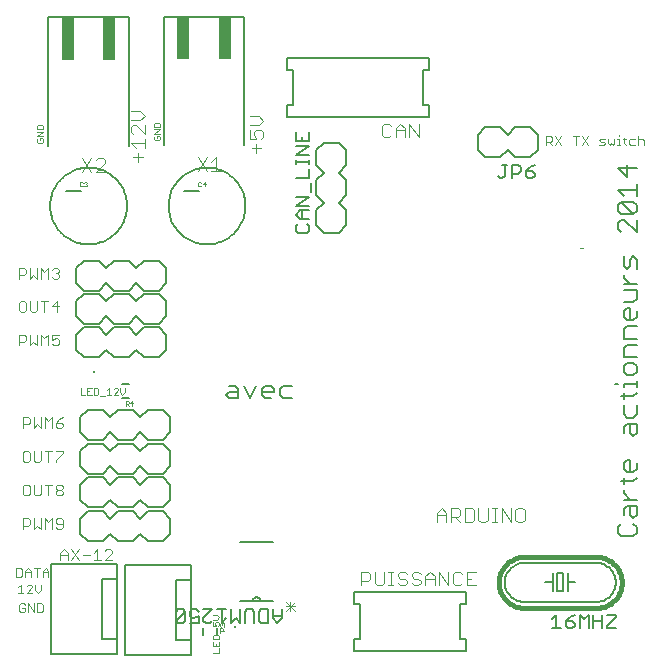
<source format=gto>
G75*
%MOIN*%
%OFA0B0*%
%FSLAX24Y24*%
%IPPOS*%
%LPD*%
%AMOC8*
5,1,8,0,0,1.08239X$1,22.5*
%
%ADD10C,0.0040*%
%ADD11C,0.0020*%
%ADD12C,0.0030*%
%ADD13C,0.0000*%
%ADD14C,0.0050*%
%ADD15C,0.0160*%
%ADD16C,0.0060*%
%ADD17C,0.0080*%
%ADD18R,0.0413X0.1447*%
%ADD19C,0.0010*%
%ADD20R,0.0079X0.0079*%
D10*
X002107Y004950D02*
X002107Y005310D01*
X002287Y005310D01*
X002347Y005250D01*
X002347Y005130D01*
X002287Y005070D01*
X002107Y005070D01*
X002475Y004950D02*
X002595Y005070D01*
X002715Y004950D01*
X002715Y005310D01*
X002843Y005310D02*
X002963Y005190D01*
X003084Y005310D01*
X003084Y004950D01*
X003212Y005010D02*
X003272Y004950D01*
X003392Y004950D01*
X003452Y005010D01*
X003452Y005250D01*
X003392Y005310D01*
X003272Y005310D01*
X003212Y005250D01*
X003212Y005190D01*
X003272Y005130D01*
X003452Y005130D01*
X002843Y004950D02*
X002843Y005310D01*
X002475Y005310D02*
X002475Y004950D01*
X002535Y006075D02*
X002655Y006075D01*
X002715Y006135D01*
X002715Y006435D01*
X002843Y006435D02*
X003084Y006435D01*
X002963Y006435D02*
X002963Y006075D01*
X003212Y006135D02*
X003212Y006195D01*
X003272Y006255D01*
X003392Y006255D01*
X003452Y006195D01*
X003452Y006135D01*
X003392Y006075D01*
X003272Y006075D01*
X003212Y006135D01*
X003272Y006255D02*
X003212Y006315D01*
X003212Y006375D01*
X003272Y006435D01*
X003392Y006435D01*
X003452Y006375D01*
X003452Y006315D01*
X003392Y006255D01*
X002535Y006075D02*
X002475Y006135D01*
X002475Y006435D01*
X002347Y006375D02*
X002347Y006135D01*
X002287Y006075D01*
X002167Y006075D01*
X002107Y006135D01*
X002107Y006375D01*
X002167Y006435D01*
X002287Y006435D01*
X002347Y006375D01*
X002287Y007200D02*
X002347Y007260D01*
X002347Y007500D01*
X002287Y007560D01*
X002167Y007560D01*
X002107Y007500D01*
X002107Y007260D01*
X002167Y007200D01*
X002287Y007200D01*
X002475Y007260D02*
X002475Y007560D01*
X002715Y007560D02*
X002715Y007260D01*
X002655Y007200D01*
X002535Y007200D01*
X002475Y007260D01*
X002843Y007560D02*
X003084Y007560D01*
X002963Y007560D02*
X002963Y007200D01*
X003212Y007200D02*
X003212Y007260D01*
X003452Y007500D01*
X003452Y007560D01*
X003212Y007560D01*
X003272Y008325D02*
X003392Y008325D01*
X003452Y008385D01*
X003452Y008445D01*
X003392Y008505D01*
X003212Y008505D01*
X003212Y008385D01*
X003272Y008325D01*
X003084Y008325D02*
X003084Y008685D01*
X002963Y008565D01*
X002843Y008685D01*
X002843Y008325D01*
X002715Y008325D02*
X002715Y008685D01*
X002475Y008685D02*
X002475Y008325D01*
X002595Y008445D01*
X002715Y008325D01*
X002347Y008505D02*
X002287Y008445D01*
X002107Y008445D01*
X002107Y008325D02*
X002107Y008685D01*
X002287Y008685D01*
X002347Y008625D01*
X002347Y008505D01*
X003212Y008505D02*
X003332Y008625D01*
X003452Y008685D01*
X003267Y011075D02*
X003147Y011075D01*
X003087Y011135D01*
X003087Y011255D02*
X003207Y011315D01*
X003267Y011315D01*
X003327Y011255D01*
X003327Y011135D01*
X003267Y011075D01*
X003087Y011255D02*
X003087Y011435D01*
X003327Y011435D01*
X002959Y011435D02*
X002959Y011075D01*
X002718Y011075D02*
X002718Y011435D01*
X002838Y011315D01*
X002959Y011435D01*
X002590Y011435D02*
X002590Y011075D01*
X002470Y011195D01*
X002350Y011075D01*
X002350Y011435D01*
X002222Y011375D02*
X002222Y011255D01*
X002162Y011195D01*
X001982Y011195D01*
X001982Y011075D02*
X001982Y011435D01*
X002162Y011435D01*
X002222Y011375D01*
X002162Y012200D02*
X002042Y012200D01*
X001982Y012260D01*
X001982Y012500D01*
X002042Y012560D01*
X002162Y012560D01*
X002222Y012500D01*
X002222Y012260D01*
X002162Y012200D01*
X002350Y012260D02*
X002410Y012200D01*
X002530Y012200D01*
X002590Y012260D01*
X002590Y012560D01*
X002718Y012560D02*
X002959Y012560D01*
X002838Y012560D02*
X002838Y012200D01*
X003087Y012380D02*
X003327Y012380D01*
X003267Y012560D02*
X003087Y012380D01*
X003267Y012200D02*
X003267Y012560D01*
X003267Y013300D02*
X003147Y013300D01*
X003087Y013360D01*
X002959Y013300D02*
X002959Y013660D01*
X002838Y013540D01*
X002718Y013660D01*
X002718Y013300D01*
X002590Y013300D02*
X002590Y013660D01*
X002350Y013660D02*
X002350Y013300D01*
X002470Y013420D01*
X002590Y013300D01*
X002222Y013480D02*
X002222Y013600D01*
X002162Y013660D01*
X001982Y013660D01*
X001982Y013300D01*
X001982Y013420D02*
X002162Y013420D01*
X002222Y013480D01*
X003087Y013600D02*
X003147Y013660D01*
X003267Y013660D01*
X003327Y013600D01*
X003327Y013540D01*
X003267Y013480D01*
X003327Y013420D01*
X003327Y013360D01*
X003267Y013300D01*
X003267Y013480D02*
X003207Y013480D01*
X002350Y012560D02*
X002350Y012260D01*
X004093Y016864D02*
X004400Y017324D01*
X004554Y017248D02*
X004630Y017324D01*
X004784Y017324D01*
X004861Y017248D01*
X004861Y017171D01*
X004554Y016864D01*
X004861Y016864D01*
X004400Y016864D02*
X004093Y017324D01*
X005725Y017809D02*
X006185Y017809D01*
X006185Y017962D02*
X006185Y017655D01*
X005955Y017502D02*
X005955Y017195D01*
X006108Y017348D02*
X005801Y017348D01*
X005878Y017655D02*
X005725Y017809D01*
X005801Y018116D02*
X005725Y018192D01*
X005725Y018346D01*
X005801Y018423D01*
X005878Y018423D01*
X006185Y018116D01*
X006185Y018423D01*
X006032Y018576D02*
X006185Y018729D01*
X006032Y018883D01*
X005725Y018883D01*
X005725Y018576D02*
X006032Y018576D01*
X007943Y017349D02*
X008250Y016889D01*
X008404Y016889D02*
X008711Y016889D01*
X008557Y016889D02*
X008557Y017349D01*
X008404Y017196D01*
X008250Y017349D02*
X007943Y016889D01*
X009751Y017648D02*
X010058Y017648D01*
X009905Y017495D02*
X009905Y017802D01*
X009905Y017955D02*
X009828Y018109D01*
X009828Y018185D01*
X009905Y018262D01*
X010058Y018262D01*
X010135Y018185D01*
X010135Y018032D01*
X010058Y017955D01*
X009905Y017955D02*
X009675Y017955D01*
X009675Y018262D01*
X009675Y018416D02*
X009982Y018416D01*
X010135Y018569D01*
X009982Y018723D01*
X009675Y018723D01*
X014084Y018397D02*
X014084Y018090D01*
X014161Y018014D01*
X014314Y018014D01*
X014391Y018090D01*
X014545Y018014D02*
X014545Y018321D01*
X014698Y018474D01*
X014851Y018321D01*
X014851Y018014D01*
X015005Y018014D02*
X015005Y018474D01*
X015312Y018014D01*
X015312Y018474D01*
X014851Y018244D02*
X014545Y018244D01*
X014391Y018397D02*
X014314Y018474D01*
X014161Y018474D01*
X014084Y018397D01*
X016078Y005655D02*
X016232Y005502D01*
X016232Y005195D01*
X016385Y005195D02*
X016385Y005655D01*
X016616Y005655D01*
X016692Y005578D01*
X016692Y005425D01*
X016616Y005348D01*
X016385Y005348D01*
X016539Y005348D02*
X016692Y005195D01*
X016846Y005195D02*
X017076Y005195D01*
X017153Y005272D01*
X017153Y005578D01*
X017076Y005655D01*
X016846Y005655D01*
X016846Y005195D01*
X017306Y005272D02*
X017306Y005655D01*
X017613Y005655D02*
X017613Y005272D01*
X017536Y005195D01*
X017383Y005195D01*
X017306Y005272D01*
X017767Y005195D02*
X017920Y005195D01*
X017843Y005195D02*
X017843Y005655D01*
X017767Y005655D02*
X017920Y005655D01*
X018073Y005655D02*
X018380Y005195D01*
X018380Y005655D01*
X018534Y005578D02*
X018534Y005272D01*
X018611Y005195D01*
X018764Y005195D01*
X018841Y005272D01*
X018841Y005578D01*
X018764Y005655D01*
X018611Y005655D01*
X018534Y005578D01*
X018073Y005655D02*
X018073Y005195D01*
X016232Y005425D02*
X015925Y005425D01*
X015925Y005502D02*
X016078Y005655D01*
X015925Y005502D02*
X015925Y005195D01*
X015994Y003536D02*
X016300Y003076D01*
X016300Y003536D01*
X016454Y003460D02*
X016454Y003153D01*
X016531Y003076D01*
X016684Y003076D01*
X016761Y003153D01*
X016914Y003076D02*
X017221Y003076D01*
X017068Y003306D02*
X016914Y003306D01*
X016761Y003460D02*
X016684Y003536D01*
X016531Y003536D01*
X016454Y003460D01*
X016914Y003536D02*
X016914Y003076D01*
X016914Y003536D02*
X017221Y003536D01*
X015994Y003536D02*
X015994Y003076D01*
X015840Y003076D02*
X015840Y003383D01*
X015687Y003536D01*
X015533Y003383D01*
X015533Y003076D01*
X015380Y003153D02*
X015303Y003076D01*
X015149Y003076D01*
X015073Y003153D01*
X014919Y003153D02*
X014843Y003076D01*
X014689Y003076D01*
X014612Y003153D01*
X014689Y003306D02*
X014843Y003306D01*
X014919Y003229D01*
X014919Y003153D01*
X014689Y003306D02*
X014612Y003383D01*
X014612Y003460D01*
X014689Y003536D01*
X014843Y003536D01*
X014919Y003460D01*
X015073Y003460D02*
X015073Y003383D01*
X015149Y003306D01*
X015303Y003306D01*
X015380Y003229D01*
X015380Y003153D01*
X015533Y003306D02*
X015840Y003306D01*
X015380Y003460D02*
X015303Y003536D01*
X015149Y003536D01*
X015073Y003460D01*
X014459Y003536D02*
X014305Y003536D01*
X014382Y003536D02*
X014382Y003076D01*
X014305Y003076D02*
X014459Y003076D01*
X014152Y003153D02*
X014152Y003536D01*
X013845Y003536D02*
X013845Y003153D01*
X013922Y003076D01*
X014075Y003076D01*
X014152Y003153D01*
X013692Y003306D02*
X013615Y003229D01*
X013385Y003229D01*
X013385Y003076D02*
X013385Y003536D01*
X013615Y003536D01*
X013692Y003460D01*
X013692Y003306D01*
D11*
X008660Y002012D02*
X008587Y002086D01*
X008440Y002086D01*
X008440Y001939D02*
X008587Y001939D01*
X008660Y002012D01*
X008623Y001865D02*
X008660Y001828D01*
X008660Y001755D01*
X008623Y001718D01*
X008550Y001718D02*
X008513Y001791D01*
X008513Y001828D01*
X008550Y001865D01*
X008623Y001865D01*
X008550Y001718D02*
X008440Y001718D01*
X008440Y001865D01*
X008697Y001644D02*
X008697Y001497D01*
X008623Y001423D02*
X008477Y001423D01*
X008440Y001386D01*
X008440Y001276D01*
X008660Y001276D01*
X008660Y001386D01*
X008623Y001423D01*
X008660Y001202D02*
X008660Y001055D01*
X008440Y001055D01*
X008440Y001202D01*
X008550Y001128D02*
X008550Y001055D01*
X008660Y000981D02*
X008660Y000834D01*
X008440Y000834D01*
X005439Y009435D02*
X005513Y009508D01*
X005513Y009655D01*
X005366Y009655D02*
X005366Y009508D01*
X005439Y009435D01*
X005292Y009435D02*
X005145Y009435D01*
X005292Y009582D01*
X005292Y009618D01*
X005255Y009655D01*
X005182Y009655D01*
X005145Y009618D01*
X004997Y009655D02*
X004997Y009435D01*
X004924Y009435D02*
X005071Y009435D01*
X004924Y009582D02*
X004997Y009655D01*
X004850Y009398D02*
X004703Y009398D01*
X004629Y009472D02*
X004592Y009435D01*
X004482Y009435D01*
X004482Y009655D01*
X004592Y009655D01*
X004629Y009618D01*
X004629Y009472D01*
X004408Y009435D02*
X004261Y009435D01*
X004261Y009655D01*
X004408Y009655D01*
X004334Y009545D02*
X004261Y009545D01*
X004187Y009435D02*
X004040Y009435D01*
X004040Y009655D01*
X002758Y017835D02*
X002612Y017835D01*
X002575Y017872D01*
X002575Y017945D01*
X002612Y017982D01*
X002685Y017982D02*
X002685Y017908D01*
X002685Y017982D02*
X002758Y017982D01*
X002795Y017945D01*
X002795Y017872D01*
X002758Y017835D01*
X002795Y018056D02*
X002575Y018056D01*
X002795Y018203D01*
X002575Y018203D01*
X002575Y018277D02*
X002575Y018387D01*
X002612Y018424D01*
X002758Y018424D01*
X002795Y018387D01*
X002795Y018277D01*
X002575Y018277D01*
X006475Y018278D02*
X006695Y018278D01*
X006475Y018131D01*
X006695Y018131D01*
X006658Y018057D02*
X006585Y018057D01*
X006585Y017983D01*
X006512Y017910D02*
X006658Y017910D01*
X006695Y017947D01*
X006695Y018020D01*
X006658Y018057D01*
X006512Y018057D02*
X006475Y018020D01*
X006475Y017947D01*
X006512Y017910D01*
X006475Y018352D02*
X006475Y018462D01*
X006512Y018499D01*
X006658Y018499D01*
X006695Y018462D01*
X006695Y018352D01*
X006475Y018352D01*
D12*
X002140Y002190D02*
X002043Y002190D01*
X001995Y002238D01*
X001995Y002432D01*
X002043Y002480D01*
X002140Y002480D01*
X002188Y002432D01*
X002188Y002335D02*
X002092Y002335D01*
X002188Y002335D02*
X002188Y002238D01*
X002140Y002190D01*
X002290Y002190D02*
X002290Y002480D01*
X002483Y002190D01*
X002483Y002480D01*
X002584Y002480D02*
X002729Y002480D01*
X002778Y002432D01*
X002778Y002238D01*
X002729Y002190D01*
X002584Y002190D01*
X002584Y002480D01*
X002631Y002815D02*
X002728Y002912D01*
X002728Y003105D01*
X002534Y003105D02*
X002534Y002912D01*
X002631Y002815D01*
X002433Y002815D02*
X002240Y002815D01*
X002433Y003008D01*
X002433Y003057D01*
X002385Y003105D01*
X002288Y003105D01*
X002240Y003057D01*
X002042Y003105D02*
X002042Y002815D01*
X002138Y002815D02*
X001945Y002815D01*
X001945Y003008D02*
X002042Y003105D01*
X002040Y003365D02*
X002088Y003413D01*
X002088Y003607D01*
X002040Y003655D01*
X001895Y003655D01*
X001895Y003365D01*
X002040Y003365D01*
X002190Y003365D02*
X002190Y003558D01*
X002286Y003655D01*
X002383Y003558D01*
X002383Y003365D01*
X002383Y003510D02*
X002190Y003510D01*
X002484Y003655D02*
X002678Y003655D01*
X002581Y003655D02*
X002581Y003365D01*
X002779Y003365D02*
X002779Y003558D01*
X002876Y003655D01*
X002972Y003558D01*
X002972Y003365D01*
X002972Y003510D02*
X002779Y003510D01*
X003370Y003915D02*
X003370Y004162D01*
X003493Y004285D01*
X003617Y004162D01*
X003617Y003915D01*
X003738Y003915D02*
X003985Y004285D01*
X004107Y004100D02*
X004354Y004100D01*
X004475Y004162D02*
X004598Y004285D01*
X004598Y003915D01*
X004475Y003915D02*
X004722Y003915D01*
X004843Y003915D02*
X005090Y004162D01*
X005090Y004223D01*
X005028Y004285D01*
X004905Y004285D01*
X004843Y004223D01*
X004843Y003915D02*
X005090Y003915D01*
X003985Y003915D02*
X003738Y004285D01*
X003617Y004100D02*
X003370Y004100D01*
X010876Y002536D02*
X011190Y002223D01*
X011190Y002380D02*
X010876Y002380D01*
X010876Y002223D02*
X011190Y002536D01*
X011033Y002536D02*
X011033Y002223D01*
X019570Y017765D02*
X019570Y018055D01*
X019715Y018055D01*
X019763Y018007D01*
X019763Y017910D01*
X019715Y017862D01*
X019570Y017862D01*
X019667Y017862D02*
X019763Y017765D01*
X019865Y017765D02*
X020058Y018055D01*
X019865Y018055D02*
X020058Y017765D01*
X020454Y018055D02*
X020647Y018055D01*
X020551Y018055D02*
X020551Y017765D01*
X020749Y017765D02*
X020942Y018055D01*
X020749Y018055D02*
X020942Y017765D01*
X021338Y017765D02*
X021483Y017765D01*
X021531Y017813D01*
X021483Y017862D01*
X021386Y017862D01*
X021338Y017910D01*
X021386Y017958D01*
X021531Y017958D01*
X021633Y017958D02*
X021633Y017813D01*
X021681Y017765D01*
X021729Y017813D01*
X021778Y017765D01*
X021826Y017813D01*
X021826Y017958D01*
X021927Y017958D02*
X021976Y017958D01*
X021976Y017765D01*
X022024Y017765D02*
X021927Y017765D01*
X022172Y017813D02*
X022172Y018007D01*
X022124Y017958D02*
X022220Y017958D01*
X022320Y017910D02*
X022320Y017813D01*
X022368Y017765D01*
X022514Y017765D01*
X022615Y017765D02*
X022615Y018055D01*
X022663Y017958D02*
X022760Y017958D01*
X022808Y017910D01*
X022808Y017765D01*
X022615Y017910D02*
X022663Y017958D01*
X022514Y017958D02*
X022368Y017958D01*
X022320Y017910D01*
X022172Y017813D02*
X022220Y017765D01*
X021976Y018055D02*
X021976Y018103D01*
D13*
X020770Y014340D02*
X020760Y014330D01*
X020774Y014330D01*
X020770Y014320D02*
X020770Y014340D01*
X020749Y014340D02*
X020749Y014320D01*
X020755Y014320D02*
X020742Y014320D01*
X020737Y014323D02*
X020733Y014320D01*
X020727Y014320D01*
X020723Y014323D01*
X020737Y014336D01*
X020737Y014323D01*
X020742Y014333D02*
X020749Y014340D01*
X020737Y014336D02*
X020733Y014340D01*
X020727Y014340D01*
X020723Y014336D01*
X020723Y014323D01*
X020718Y014320D02*
X020705Y014320D01*
X020718Y014333D01*
X020718Y014336D01*
X020715Y014340D01*
X020708Y014340D01*
X020705Y014336D01*
D14*
X021962Y014953D02*
X022064Y014851D01*
X021962Y014953D02*
X021962Y015157D01*
X022064Y015258D01*
X022166Y015258D01*
X022573Y014851D01*
X022573Y015258D01*
X022471Y015459D02*
X022064Y015866D01*
X022471Y015866D01*
X022573Y015764D01*
X022573Y015561D01*
X022471Y015459D01*
X022064Y015459D01*
X021962Y015561D01*
X021962Y015764D01*
X022064Y015866D01*
X022166Y016067D02*
X021962Y016270D01*
X022573Y016270D01*
X022573Y016067D02*
X022573Y016474D01*
X022268Y016675D02*
X022268Y017082D01*
X022573Y016980D02*
X021962Y016980D01*
X022268Y016675D01*
X022166Y014043D02*
X022166Y013738D01*
X022268Y013636D01*
X022369Y013738D01*
X022369Y013941D01*
X022471Y014043D01*
X022573Y013941D01*
X022573Y013636D01*
X022166Y013435D02*
X022166Y013333D01*
X022369Y013130D01*
X022166Y013130D02*
X022573Y013130D01*
X022573Y012929D02*
X022166Y012929D01*
X022573Y012929D02*
X022573Y012624D01*
X022471Y012522D01*
X022166Y012522D01*
X022268Y012321D02*
X022166Y012219D01*
X022166Y012016D01*
X022268Y011914D01*
X022471Y011914D01*
X022573Y012016D01*
X022573Y012219D01*
X022369Y012321D02*
X022369Y011914D01*
X022268Y011713D02*
X022573Y011713D01*
X022268Y011713D02*
X022166Y011612D01*
X022166Y011306D01*
X022573Y011306D01*
X022573Y011106D02*
X022268Y011106D01*
X022166Y011004D01*
X022166Y010699D01*
X022573Y010699D01*
X022471Y010498D02*
X022268Y010498D01*
X022166Y010396D01*
X022166Y010193D01*
X022268Y010091D01*
X022471Y010091D01*
X022573Y010193D01*
X022573Y010396D01*
X022471Y010498D01*
X022573Y009889D02*
X022573Y009686D01*
X022573Y009788D02*
X022166Y009788D01*
X022166Y009686D01*
X022166Y009484D02*
X022166Y009281D01*
X022064Y009382D02*
X022471Y009382D01*
X022573Y009484D01*
X022573Y009080D02*
X022573Y008775D01*
X022471Y008673D01*
X022268Y008673D01*
X022166Y008775D01*
X022166Y009080D01*
X022268Y008472D02*
X022166Y008371D01*
X022166Y008167D01*
X022369Y008167D02*
X022471Y008065D01*
X022573Y008167D01*
X022573Y008472D01*
X022268Y008472D01*
X022369Y008472D02*
X022369Y008167D01*
X022369Y007257D02*
X022369Y006850D01*
X022268Y006850D02*
X022166Y006952D01*
X022166Y007155D01*
X022268Y007257D01*
X022369Y007257D01*
X022573Y007155D02*
X022573Y006952D01*
X022471Y006850D01*
X022268Y006850D01*
X022166Y006648D02*
X022166Y006445D01*
X022064Y006546D02*
X022471Y006546D01*
X022573Y006648D01*
X022166Y006244D02*
X022166Y006142D01*
X022369Y005938D01*
X022369Y005738D02*
X022369Y005432D01*
X022471Y005331D01*
X022573Y005432D01*
X022573Y005738D01*
X022268Y005738D01*
X022166Y005636D01*
X022166Y005432D01*
X022064Y005130D02*
X021962Y005028D01*
X021962Y004825D01*
X022064Y004723D01*
X022471Y004723D01*
X022573Y004825D01*
X022573Y005028D01*
X022471Y005130D01*
X022573Y005938D02*
X022166Y005938D01*
X021895Y002100D02*
X021595Y002100D01*
X021434Y002100D02*
X021434Y001650D01*
X021595Y001650D02*
X021895Y001650D01*
X021595Y001650D02*
X021595Y001725D01*
X021895Y002025D01*
X021895Y002100D01*
X021434Y001875D02*
X021134Y001875D01*
X021134Y001650D02*
X021134Y002100D01*
X020974Y002100D02*
X020974Y001650D01*
X020674Y001650D02*
X020674Y002100D01*
X020824Y001950D01*
X020974Y002100D01*
X020514Y002100D02*
X020364Y002025D01*
X020213Y001875D01*
X020439Y001875D01*
X020514Y001800D01*
X020514Y001725D01*
X020439Y001650D01*
X020288Y001650D01*
X020213Y001725D01*
X020213Y001875D01*
X020053Y001650D02*
X019753Y001650D01*
X019903Y001650D02*
X019903Y002100D01*
X019753Y001950D01*
X016892Y002465D02*
X016695Y002465D01*
X016695Y001284D01*
X016892Y001284D01*
X016892Y000891D01*
X013168Y000891D01*
X013168Y001284D01*
X013365Y001284D01*
X013365Y002465D01*
X013168Y002465D01*
X013168Y002859D01*
X016892Y002859D01*
X016892Y002465D01*
X010740Y002275D02*
X010740Y001975D01*
X010590Y001824D01*
X010440Y001975D01*
X010440Y002275D01*
X010280Y002275D02*
X010054Y002275D01*
X009979Y002200D01*
X009979Y001899D01*
X010054Y001824D01*
X010280Y001824D01*
X010280Y002275D01*
X010440Y002050D02*
X010740Y002050D01*
X009819Y002200D02*
X009819Y001824D01*
X009519Y001824D02*
X009519Y002200D01*
X009594Y002275D01*
X009744Y002275D01*
X009819Y002200D01*
X009359Y002275D02*
X009359Y001824D01*
X009209Y001975D01*
X009059Y001824D01*
X009059Y002275D01*
X008898Y002275D02*
X008598Y002275D01*
X008748Y002275D02*
X008748Y001824D01*
X008898Y001975D01*
X008438Y001899D02*
X008363Y001824D01*
X008213Y001824D01*
X008138Y001899D01*
X008138Y001975D01*
X008438Y002275D01*
X008138Y002275D01*
X007978Y002200D02*
X007903Y002275D01*
X007752Y002275D01*
X007677Y002200D01*
X007677Y002050D01*
X007752Y001975D01*
X007828Y001975D01*
X007978Y002050D01*
X007978Y001824D01*
X007677Y001824D01*
X007517Y001899D02*
X007517Y002200D01*
X007217Y001899D01*
X007217Y002200D01*
X007292Y002275D01*
X007442Y002275D01*
X007517Y002200D01*
X007517Y001899D02*
X007442Y001824D01*
X007292Y001824D01*
X007217Y001899D01*
X007230Y001250D02*
X007230Y003250D01*
X007730Y003250D01*
X007730Y001250D01*
X007230Y001250D01*
X007730Y001250D02*
X007730Y000750D01*
X005530Y000750D01*
X005530Y003750D01*
X007730Y003750D01*
X007730Y003250D01*
X005255Y003275D02*
X005255Y001275D01*
X004755Y001275D01*
X004755Y003275D01*
X005255Y003275D01*
X005255Y003775D01*
X003055Y003775D01*
X003055Y000775D01*
X005255Y000775D01*
X005255Y001275D01*
X008977Y009329D02*
X008875Y009431D01*
X008977Y009532D01*
X009282Y009532D01*
X009282Y009634D02*
X009282Y009329D01*
X008977Y009329D01*
X008977Y009736D02*
X009180Y009736D01*
X009282Y009634D01*
X009483Y009736D02*
X009686Y009329D01*
X009890Y009736D01*
X010090Y009634D02*
X010192Y009736D01*
X010396Y009736D01*
X010497Y009634D01*
X010497Y009532D01*
X010090Y009532D01*
X010090Y009431D02*
X010090Y009634D01*
X010090Y009431D02*
X010192Y009329D01*
X010396Y009329D01*
X010698Y009431D02*
X010698Y009634D01*
X010800Y009736D01*
X011105Y009736D01*
X011105Y009329D02*
X010800Y009329D01*
X010698Y009431D01*
X011285Y014820D02*
X011585Y014820D01*
X011660Y014895D01*
X011660Y015045D01*
X011585Y015120D01*
X011660Y015280D02*
X011360Y015280D01*
X011210Y015430D01*
X011360Y015580D01*
X011660Y015580D01*
X011660Y015741D02*
X011210Y015741D01*
X011660Y016041D01*
X011210Y016041D01*
X011435Y015580D02*
X011435Y015280D01*
X011285Y015120D02*
X011210Y015045D01*
X011210Y014895D01*
X011285Y014820D01*
X011735Y016201D02*
X011735Y016501D01*
X011660Y016661D02*
X011660Y016962D01*
X011660Y017122D02*
X011660Y017272D01*
X011660Y017197D02*
X011210Y017197D01*
X011210Y017122D02*
X011210Y017272D01*
X011210Y017429D02*
X011660Y017729D01*
X011210Y017729D01*
X011210Y017889D02*
X011660Y017889D01*
X011660Y018189D01*
X011435Y018039D02*
X011435Y017889D01*
X011210Y017889D02*
X011210Y018189D01*
X010918Y018691D02*
X010918Y019084D01*
X011115Y019084D01*
X011115Y020265D01*
X010918Y020265D01*
X010918Y020659D01*
X015642Y020659D01*
X015642Y020265D01*
X015445Y020265D01*
X015445Y019084D01*
X015642Y019084D01*
X015642Y018691D01*
X010918Y018691D01*
X011210Y017429D02*
X011660Y017429D01*
X011660Y016661D02*
X011210Y016661D01*
X017954Y016730D02*
X018029Y016655D01*
X018104Y016655D01*
X018179Y016730D01*
X018179Y017105D01*
X018104Y017105D02*
X018254Y017105D01*
X018414Y017105D02*
X018639Y017105D01*
X018714Y017030D01*
X018714Y016880D01*
X018639Y016805D01*
X018414Y016805D01*
X018414Y016655D02*
X018414Y017105D01*
X018875Y016880D02*
X018875Y016730D01*
X018950Y016655D01*
X019100Y016655D01*
X019175Y016730D01*
X019175Y016805D01*
X019100Y016880D01*
X018875Y016880D01*
X019025Y017030D01*
X019175Y017105D01*
X022268Y012321D02*
X022369Y012321D01*
X021962Y009788D02*
X021861Y009788D01*
D15*
X021230Y004025D02*
X018830Y004025D01*
X018773Y004023D01*
X018717Y004017D01*
X018661Y004008D01*
X018605Y003995D01*
X018551Y003978D01*
X018498Y003958D01*
X018447Y003934D01*
X018397Y003906D01*
X018349Y003876D01*
X018303Y003842D01*
X018260Y003805D01*
X018219Y003766D01*
X018181Y003724D01*
X018146Y003679D01*
X018114Y003632D01*
X018085Y003583D01*
X018059Y003533D01*
X018037Y003480D01*
X018018Y003427D01*
X018003Y003372D01*
X017992Y003316D01*
X017984Y003260D01*
X017980Y003203D01*
X017980Y003147D01*
X017984Y003090D01*
X017992Y003034D01*
X018003Y002978D01*
X018018Y002923D01*
X018037Y002870D01*
X018059Y002817D01*
X018085Y002767D01*
X018114Y002718D01*
X018146Y002671D01*
X018181Y002626D01*
X018219Y002584D01*
X018260Y002545D01*
X018303Y002508D01*
X018349Y002474D01*
X018397Y002444D01*
X018447Y002416D01*
X018498Y002392D01*
X018551Y002372D01*
X018605Y002355D01*
X018661Y002342D01*
X018717Y002333D01*
X018773Y002327D01*
X018830Y002325D01*
X021230Y002325D01*
X021287Y002327D01*
X021343Y002333D01*
X021399Y002342D01*
X021455Y002355D01*
X021509Y002372D01*
X021562Y002392D01*
X021613Y002416D01*
X021663Y002444D01*
X021711Y002474D01*
X021757Y002508D01*
X021800Y002545D01*
X021841Y002584D01*
X021879Y002626D01*
X021914Y002671D01*
X021946Y002718D01*
X021975Y002767D01*
X022001Y002817D01*
X022023Y002870D01*
X022042Y002923D01*
X022057Y002978D01*
X022068Y003034D01*
X022076Y003090D01*
X022080Y003147D01*
X022080Y003203D01*
X022076Y003260D01*
X022068Y003316D01*
X022057Y003372D01*
X022042Y003427D01*
X022023Y003480D01*
X022001Y003533D01*
X021975Y003583D01*
X021946Y003632D01*
X021914Y003679D01*
X021879Y003724D01*
X021841Y003766D01*
X021800Y003805D01*
X021757Y003842D01*
X021711Y003876D01*
X021663Y003906D01*
X021613Y003934D01*
X021562Y003958D01*
X021509Y003978D01*
X021455Y003995D01*
X021399Y004008D01*
X021343Y004017D01*
X021287Y004023D01*
X021230Y004025D01*
D16*
X021230Y003825D02*
X018830Y003825D01*
X018780Y003823D01*
X018731Y003817D01*
X018682Y003808D01*
X018634Y003795D01*
X018587Y003778D01*
X018542Y003758D01*
X018498Y003734D01*
X018456Y003707D01*
X018416Y003676D01*
X018379Y003643D01*
X018345Y003607D01*
X018313Y003569D01*
X018284Y003528D01*
X018259Y003486D01*
X018237Y003441D01*
X018218Y003395D01*
X018203Y003347D01*
X018192Y003299D01*
X018184Y003250D01*
X018180Y003200D01*
X018180Y003150D01*
X018184Y003100D01*
X018192Y003051D01*
X018203Y003003D01*
X018218Y002955D01*
X018237Y002909D01*
X018259Y002864D01*
X018284Y002822D01*
X018313Y002781D01*
X018345Y002743D01*
X018379Y002707D01*
X018416Y002674D01*
X018456Y002643D01*
X018498Y002616D01*
X018542Y002592D01*
X018587Y002572D01*
X018634Y002555D01*
X018682Y002542D01*
X018731Y002533D01*
X018780Y002527D01*
X018830Y002525D01*
X021230Y002525D01*
X021280Y002527D01*
X021329Y002533D01*
X021378Y002542D01*
X021426Y002555D01*
X021473Y002572D01*
X021518Y002592D01*
X021562Y002616D01*
X021604Y002643D01*
X021644Y002674D01*
X021681Y002707D01*
X021715Y002743D01*
X021747Y002781D01*
X021776Y002822D01*
X021801Y002864D01*
X021823Y002909D01*
X021842Y002955D01*
X021857Y003003D01*
X021868Y003051D01*
X021876Y003100D01*
X021880Y003150D01*
X021880Y003200D01*
X021876Y003250D01*
X021868Y003299D01*
X021857Y003347D01*
X021842Y003395D01*
X021823Y003441D01*
X021801Y003486D01*
X021776Y003528D01*
X021747Y003569D01*
X021715Y003607D01*
X021681Y003643D01*
X021644Y003676D01*
X021604Y003707D01*
X021562Y003734D01*
X021518Y003758D01*
X021473Y003778D01*
X021426Y003795D01*
X021378Y003808D01*
X021329Y003817D01*
X021280Y003823D01*
X021230Y003825D01*
X020530Y003175D02*
X020280Y003175D01*
X020280Y003475D01*
X020130Y003475D02*
X020130Y002875D01*
X019930Y002875D01*
X019930Y003475D01*
X020130Y003475D01*
X020280Y003175D02*
X020280Y002875D01*
X019780Y002875D02*
X019780Y003175D01*
X019530Y003175D01*
X019780Y003175D02*
X019780Y003475D01*
X010445Y002570D02*
X010025Y002570D01*
X009785Y002570D01*
X009365Y002570D01*
X009785Y002570D02*
X009787Y002591D01*
X009792Y002611D01*
X009801Y002630D01*
X009813Y002647D01*
X009828Y002662D01*
X009845Y002674D01*
X009864Y002683D01*
X009884Y002688D01*
X009905Y002690D01*
X009926Y002688D01*
X009946Y002683D01*
X009965Y002674D01*
X009982Y002662D01*
X009997Y002647D01*
X010009Y002630D01*
X010018Y002611D01*
X010023Y002591D01*
X010025Y002570D01*
X008591Y001668D02*
X008591Y001432D01*
X008119Y001432D02*
X008119Y001668D01*
X009365Y004530D02*
X010445Y004530D01*
X005648Y009314D02*
X005412Y009314D01*
X005412Y009786D02*
X005648Y009786D01*
D17*
X005780Y008925D02*
X005280Y008925D01*
X005030Y008675D01*
X004780Y008925D01*
X004280Y008925D01*
X004030Y008675D01*
X004030Y008175D01*
X004280Y007925D01*
X004780Y007925D01*
X005030Y008175D01*
X005280Y007925D01*
X005780Y007925D01*
X006030Y008175D01*
X006280Y007925D01*
X006780Y007925D01*
X007030Y008175D01*
X007030Y008675D01*
X006780Y008925D01*
X006280Y008925D01*
X006030Y008675D01*
X005780Y008925D01*
X005780Y007800D02*
X005280Y007800D01*
X005030Y007550D01*
X004780Y007800D01*
X004280Y007800D01*
X004030Y007550D01*
X004030Y007050D01*
X004280Y006800D01*
X004780Y006800D01*
X005030Y007050D01*
X005280Y006800D01*
X005780Y006800D01*
X006030Y007050D01*
X006280Y006800D01*
X006780Y006800D01*
X007030Y007050D01*
X007030Y007550D01*
X006780Y007800D01*
X006280Y007800D01*
X006030Y007550D01*
X005780Y007800D01*
X005780Y006675D02*
X005280Y006675D01*
X005030Y006425D01*
X004780Y006675D01*
X004280Y006675D01*
X004030Y006425D01*
X004030Y005925D01*
X004280Y005675D01*
X004780Y005675D01*
X005030Y005925D01*
X005280Y005675D01*
X005780Y005675D01*
X006030Y005925D01*
X006280Y005675D01*
X006780Y005675D01*
X007030Y005925D01*
X007030Y006425D01*
X006780Y006675D01*
X006280Y006675D01*
X006030Y006425D01*
X005780Y006675D01*
X005780Y005550D02*
X005280Y005550D01*
X005030Y005300D01*
X004780Y005550D01*
X004280Y005550D01*
X004030Y005300D01*
X004030Y004800D01*
X004280Y004550D01*
X004780Y004550D01*
X005030Y004800D01*
X005280Y004550D01*
X005780Y004550D01*
X006030Y004800D01*
X006280Y004550D01*
X006780Y004550D01*
X007030Y004800D01*
X007030Y005300D01*
X006780Y005550D01*
X006280Y005550D01*
X006030Y005300D01*
X005780Y005550D01*
X005655Y010675D02*
X005155Y010675D01*
X004905Y010925D01*
X004655Y010675D01*
X004155Y010675D01*
X003905Y010925D01*
X003905Y011425D01*
X004155Y011675D01*
X004655Y011675D01*
X004905Y011425D01*
X005155Y011675D01*
X005655Y011675D01*
X005905Y011425D01*
X006155Y011675D01*
X006655Y011675D01*
X006905Y011425D01*
X006905Y010925D01*
X006655Y010675D01*
X006155Y010675D01*
X005905Y010925D01*
X005655Y010675D01*
X005655Y011800D02*
X005155Y011800D01*
X004905Y012050D01*
X004655Y011800D01*
X004155Y011800D01*
X003905Y012050D01*
X003905Y012550D01*
X004155Y012800D01*
X004655Y012800D01*
X004905Y012550D01*
X005155Y012800D01*
X005655Y012800D01*
X005905Y012550D01*
X006155Y012800D01*
X006655Y012800D01*
X006905Y012550D01*
X006905Y012050D01*
X006655Y011800D01*
X006155Y011800D01*
X005905Y012050D01*
X005655Y011800D01*
X005655Y012900D02*
X005155Y012900D01*
X004905Y013150D01*
X004655Y012900D01*
X004155Y012900D01*
X003905Y013150D01*
X003905Y013650D01*
X004155Y013900D01*
X004655Y013900D01*
X004905Y013650D01*
X005155Y013900D01*
X005655Y013900D01*
X005905Y013650D01*
X006155Y013900D01*
X006655Y013900D01*
X006905Y013650D01*
X006905Y013150D01*
X006655Y012900D01*
X006155Y012900D01*
X005905Y013150D01*
X005655Y012900D01*
X003025Y015725D02*
X003027Y015796D01*
X003033Y015867D01*
X003043Y015938D01*
X003057Y016007D01*
X003074Y016076D01*
X003096Y016144D01*
X003121Y016211D01*
X003150Y016276D01*
X003182Y016339D01*
X003218Y016401D01*
X003257Y016460D01*
X003300Y016517D01*
X003345Y016572D01*
X003394Y016624D01*
X003445Y016673D01*
X003499Y016719D01*
X003556Y016763D01*
X003614Y016803D01*
X003675Y016839D01*
X003738Y016873D01*
X003803Y016902D01*
X003869Y016928D01*
X003937Y016951D01*
X004005Y016969D01*
X004075Y016984D01*
X004145Y016995D01*
X004216Y017002D01*
X004287Y017005D01*
X004358Y017004D01*
X004429Y016999D01*
X004500Y016990D01*
X004570Y016977D01*
X004639Y016961D01*
X004707Y016940D01*
X004774Y016916D01*
X004840Y016888D01*
X004903Y016856D01*
X004965Y016821D01*
X005025Y016783D01*
X005083Y016741D01*
X005138Y016697D01*
X005191Y016649D01*
X005241Y016598D01*
X005288Y016545D01*
X005332Y016489D01*
X005373Y016431D01*
X005411Y016370D01*
X005445Y016308D01*
X005475Y016243D01*
X005502Y016178D01*
X005526Y016110D01*
X005545Y016042D01*
X005561Y015973D01*
X005573Y015902D01*
X005581Y015832D01*
X005585Y015761D01*
X005585Y015689D01*
X005581Y015618D01*
X005573Y015548D01*
X005561Y015477D01*
X005545Y015408D01*
X005526Y015340D01*
X005502Y015272D01*
X005475Y015207D01*
X005445Y015142D01*
X005411Y015080D01*
X005373Y015019D01*
X005332Y014961D01*
X005288Y014905D01*
X005241Y014852D01*
X005191Y014801D01*
X005138Y014753D01*
X005083Y014709D01*
X005025Y014667D01*
X004965Y014629D01*
X004903Y014594D01*
X004840Y014562D01*
X004774Y014534D01*
X004707Y014510D01*
X004639Y014489D01*
X004570Y014473D01*
X004500Y014460D01*
X004429Y014451D01*
X004358Y014446D01*
X004287Y014445D01*
X004216Y014448D01*
X004145Y014455D01*
X004075Y014466D01*
X004005Y014481D01*
X003937Y014499D01*
X003869Y014522D01*
X003803Y014548D01*
X003738Y014577D01*
X003675Y014611D01*
X003614Y014647D01*
X003556Y014687D01*
X003499Y014731D01*
X003445Y014777D01*
X003394Y014826D01*
X003345Y014878D01*
X003300Y014933D01*
X003257Y014990D01*
X003218Y015049D01*
X003182Y015111D01*
X003150Y015174D01*
X003121Y015239D01*
X003096Y015306D01*
X003074Y015374D01*
X003057Y015443D01*
X003043Y015512D01*
X003033Y015583D01*
X003027Y015654D01*
X003025Y015725D01*
X003555Y016225D02*
X004055Y016225D01*
X002966Y017718D02*
X002966Y022009D01*
X005644Y022009D01*
X005644Y017718D01*
X006816Y017743D02*
X006816Y022034D01*
X009494Y022034D01*
X009494Y017743D01*
X008005Y016225D02*
X007505Y016225D01*
X006975Y015725D02*
X006977Y015796D01*
X006983Y015867D01*
X006993Y015938D01*
X007007Y016007D01*
X007024Y016076D01*
X007046Y016144D01*
X007071Y016211D01*
X007100Y016276D01*
X007132Y016339D01*
X007168Y016401D01*
X007207Y016460D01*
X007250Y016517D01*
X007295Y016572D01*
X007344Y016624D01*
X007395Y016673D01*
X007449Y016719D01*
X007506Y016763D01*
X007564Y016803D01*
X007625Y016839D01*
X007688Y016873D01*
X007753Y016902D01*
X007819Y016928D01*
X007887Y016951D01*
X007955Y016969D01*
X008025Y016984D01*
X008095Y016995D01*
X008166Y017002D01*
X008237Y017005D01*
X008308Y017004D01*
X008379Y016999D01*
X008450Y016990D01*
X008520Y016977D01*
X008589Y016961D01*
X008657Y016940D01*
X008724Y016916D01*
X008790Y016888D01*
X008853Y016856D01*
X008915Y016821D01*
X008975Y016783D01*
X009033Y016741D01*
X009088Y016697D01*
X009141Y016649D01*
X009191Y016598D01*
X009238Y016545D01*
X009282Y016489D01*
X009323Y016431D01*
X009361Y016370D01*
X009395Y016308D01*
X009425Y016243D01*
X009452Y016178D01*
X009476Y016110D01*
X009495Y016042D01*
X009511Y015973D01*
X009523Y015902D01*
X009531Y015832D01*
X009535Y015761D01*
X009535Y015689D01*
X009531Y015618D01*
X009523Y015548D01*
X009511Y015477D01*
X009495Y015408D01*
X009476Y015340D01*
X009452Y015272D01*
X009425Y015207D01*
X009395Y015142D01*
X009361Y015080D01*
X009323Y015019D01*
X009282Y014961D01*
X009238Y014905D01*
X009191Y014852D01*
X009141Y014801D01*
X009088Y014753D01*
X009033Y014709D01*
X008975Y014667D01*
X008915Y014629D01*
X008853Y014594D01*
X008790Y014562D01*
X008724Y014534D01*
X008657Y014510D01*
X008589Y014489D01*
X008520Y014473D01*
X008450Y014460D01*
X008379Y014451D01*
X008308Y014446D01*
X008237Y014445D01*
X008166Y014448D01*
X008095Y014455D01*
X008025Y014466D01*
X007955Y014481D01*
X007887Y014499D01*
X007819Y014522D01*
X007753Y014548D01*
X007688Y014577D01*
X007625Y014611D01*
X007564Y014647D01*
X007506Y014687D01*
X007449Y014731D01*
X007395Y014777D01*
X007344Y014826D01*
X007295Y014878D01*
X007250Y014933D01*
X007207Y014990D01*
X007168Y015049D01*
X007132Y015111D01*
X007100Y015174D01*
X007071Y015239D01*
X007046Y015306D01*
X007024Y015374D01*
X007007Y015443D01*
X006993Y015512D01*
X006983Y015583D01*
X006977Y015654D01*
X006975Y015725D01*
X011905Y015575D02*
X011905Y015075D01*
X012155Y014825D01*
X012655Y014825D01*
X012905Y015075D01*
X012905Y015575D01*
X012655Y015825D01*
X012905Y016075D01*
X012905Y016575D01*
X012655Y016825D01*
X012905Y017075D01*
X012905Y017575D01*
X012655Y017825D01*
X012155Y017825D01*
X011905Y017575D01*
X011905Y017075D01*
X012155Y016825D01*
X011905Y016575D01*
X011905Y016075D01*
X012155Y015825D01*
X011905Y015575D01*
X017280Y017600D02*
X017280Y018100D01*
X017530Y018350D01*
X018030Y018350D01*
X018280Y018100D01*
X018530Y018350D01*
X019030Y018350D01*
X019280Y018100D01*
X019280Y017600D01*
X019030Y017350D01*
X018530Y017350D01*
X018280Y017600D01*
X018030Y017350D01*
X017530Y017350D01*
X017280Y017600D01*
D18*
X008844Y021331D03*
X007466Y021331D03*
X004994Y021306D03*
X003616Y021306D03*
D19*
X004035Y016530D02*
X004010Y016505D01*
X004010Y016405D01*
X004035Y016380D01*
X004085Y016380D01*
X004110Y016405D01*
X004157Y016405D02*
X004182Y016380D01*
X004232Y016380D01*
X004257Y016405D01*
X004257Y016430D01*
X004232Y016455D01*
X004207Y016455D01*
X004232Y016455D02*
X004257Y016480D01*
X004257Y016505D01*
X004232Y016530D01*
X004182Y016530D01*
X004157Y016505D01*
X004110Y016505D02*
X004085Y016530D01*
X004035Y016530D01*
X007960Y016505D02*
X007960Y016405D01*
X007985Y016380D01*
X008035Y016380D01*
X008060Y016405D01*
X008107Y016455D02*
X008207Y016455D01*
X008182Y016380D02*
X008182Y016530D01*
X008107Y016455D01*
X008060Y016505D02*
X008035Y016530D01*
X007985Y016530D01*
X007960Y016505D01*
X005763Y009220D02*
X005688Y009145D01*
X005788Y009145D01*
X005763Y009070D02*
X005763Y009220D01*
X005640Y009195D02*
X005615Y009220D01*
X005540Y009220D01*
X005540Y009070D01*
X005540Y009120D02*
X005615Y009120D01*
X005640Y009145D01*
X005640Y009195D01*
X005590Y009120D02*
X005640Y009070D01*
X008710Y001808D02*
X008735Y001808D01*
X008760Y001783D01*
X008785Y001808D01*
X008810Y001808D01*
X008835Y001783D01*
X008835Y001732D01*
X008810Y001707D01*
X008835Y001660D02*
X008785Y001610D01*
X008785Y001635D02*
X008785Y001560D01*
X008835Y001560D02*
X008685Y001560D01*
X008685Y001635D01*
X008710Y001660D01*
X008760Y001660D01*
X008785Y001635D01*
X008710Y001707D02*
X008685Y001732D01*
X008685Y001783D01*
X008710Y001808D01*
X008760Y001783D02*
X008760Y001758D01*
D20*
X009180Y001689D03*
X004491Y010175D03*
M02*

</source>
